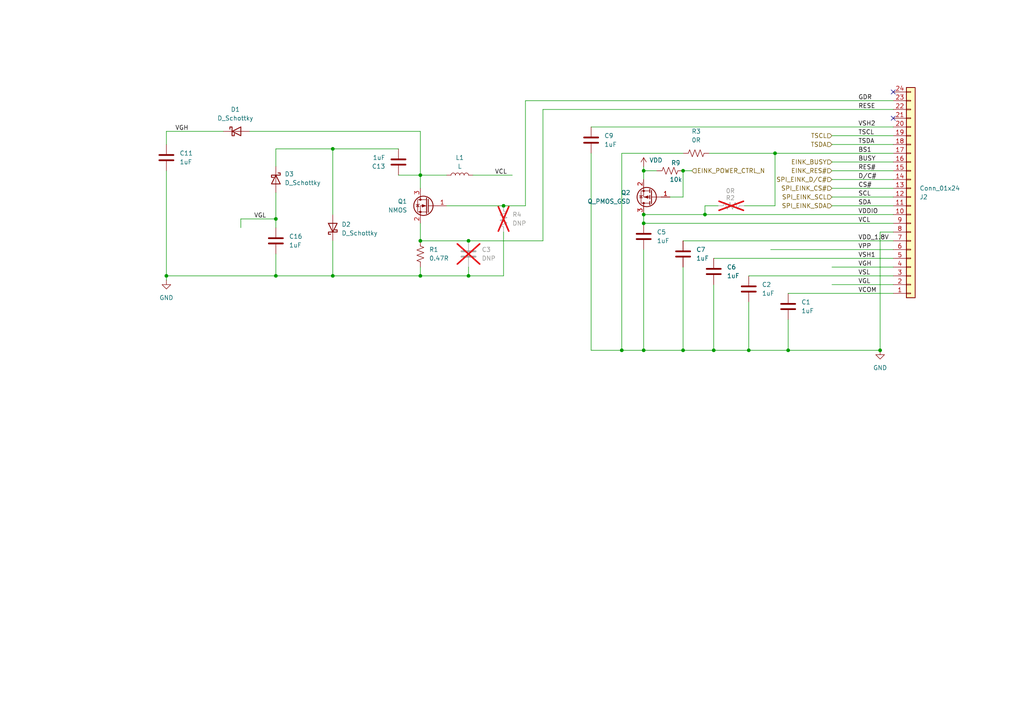
<source format=kicad_sch>
(kicad_sch (version 20231120) (generator "eeschema") (generator_version "8.0")
  (paper "A4")
  (lib_symbols
    (symbol "Connector_Generic:Conn_01x24" (pin_names (offset 1.016) hide)
      (property "Reference" "J" (at 0 30.48 0))
      (property "Value" "Conn_01x24" (at 0 -33.02 0))
      (symbol "Conn_01x24_1_1"
        (rectangle (start -1.27 -30.353) (end 0 -30.607) (stroke (width 0.1524)))
        (rectangle (start -1.27 -27.813) (end 0 -28.067) (stroke (width 0.1524)))
        (rectangle (start -1.27 -25.273) (end 0 -25.527) (stroke (width 0.1524)))
        (rectangle (start -1.27 -22.733) (end 0 -22.987) (stroke (width 0.1524)))
        (rectangle (start -1.27 -20.193) (end 0 -20.447) (stroke (width 0.1524)))
        (rectangle (start -1.27 -17.653) (end 0 -17.907) (stroke (width 0.1524)))
        (rectangle (start -1.27 -15.113) (end 0 -15.367) (stroke (width 0.1524)))
        (rectangle (start -1.27 -12.573) (end 0 -12.827) (stroke (width 0.1524)))
        (rectangle (start -1.27 -10.033) (end 0 -10.287) (stroke (width 0.1524)))
        (rectangle (start -1.27 -7.493) (end 0 -7.747) (stroke (width 0.1524)))
        (rectangle (start -1.27 -4.953) (end 0 -5.207) (stroke (width 0.1524)))
        (rectangle (start -1.27 -2.413) (end 0 -2.667) (stroke (width 0.1524)))
        (rectangle (start -1.27 0.127) (end 0 -0.127) (stroke (width 0.1524)))
        (rectangle (start -1.27 2.667) (end 0 2.413) (stroke (width 0.1524)))
        (rectangle (start -1.27 5.207) (end 0 4.953) (stroke (width 0.1524)))
        (rectangle (start -1.27 7.747) (end 0 7.493) (stroke (width 0.1524)))
        (rectangle (start -1.27 10.287) (end 0 10.033) (stroke (width 0.1524)))
        (rectangle (start -1.27 12.827) (end 0 12.573) (stroke (width 0.1524)))
        (rectangle (start -1.27 15.367) (end 0 15.113) (stroke (width 0.1524)))
        (rectangle (start -1.27 17.907) (end 0 17.653) (stroke (width 0.1524)))
        (rectangle (start -1.27 20.447) (end 0 20.193) (stroke (width 0.1524)))
        (rectangle (start -1.27 22.987) (end 0 22.733) (stroke (width 0.1524)))
        (rectangle (start -1.27 25.527) (end 0 25.273) (stroke (width 0.1524)))
        (rectangle (start -1.27 28.067) (end 0 27.813) (stroke (width 0.1524)))
        (rectangle (start -1.27 29.21) (end 1.27 -31.75) (stroke (width 0.254)) (fill (type background)))
        (pin passive line (at -5.08 27.94 0) (length 3.81) (name "Pin_1") (number "1"))
        (pin passive line (at -5.08 5.08 0) (length 3.81) (name "Pin_10") (number "10"))
        (pin passive line (at -5.08 2.54 0) (length 3.81) (name "Pin_11") (number "11"))
        (pin passive line (at -5.08 0 0) (length 3.81) (name "Pin_12") (number "12"))
        (pin passive line (at -5.08 -2.54 0) (length 3.81) (name "Pin_13") (number "13"))
        (pin passive line (at -5.08 -5.08 0) (length 3.81) (name "Pin_14") (number "14"))
        (pin passive line (at -5.08 -7.62 0) (length 3.81) (name "Pin_15") (number "15"))
        (pin passive line (at -5.08 -10.16 0) (length 3.81) (name "Pin_16") (number "16"))
        (pin passive line (at -5.08 -12.7 0) (length 3.81) (name "Pin_17") (number "17"))
        (pin passive line (at -5.08 -15.24 0) (length 3.81) (name "Pin_18") (number "18"))
        (pin passive line (at -5.08 -17.78 0) (length 3.81) (name "Pin_19") (number "19"))
        (pin passive line (at -5.08 25.4 0) (length 3.81) (name "Pin_2") (number "2"))
        (pin passive line (at -5.08 -20.32 0) (length 3.81) (name "Pin_20") (number "20"))
        (pin passive line (at -5.08 -22.86 0) (length 3.81) (name "Pin_21") (number "21"))
        (pin passive line (at -5.08 -25.4 0) (length 3.81) (name "Pin_22") (number "22"))
        (pin passive line (at -5.08 -27.94 0) (length 3.81) (name "Pin_23") (number "23"))
        (pin passive line (at -5.08 -30.48 0) (length 3.81) (name "Pin_24") (number "24"))
        (pin passive line (at -5.08 22.86 0) (length 3.81) (name "Pin_3") (number "3"))
        (pin passive line (at -5.08 20.32 0) (length 3.81) (name "Pin_4") (number "4"))
        (pin passive line (at -5.08 17.78 0) (length 3.81) (name "Pin_5") (number "5"))
        (pin passive line (at -5.08 15.24 0) (length 3.81) (name "Pin_6") (number "6"))
        (pin passive line (at -5.08 12.7 0) (length 3.81) (name "Pin_7") (number "7"))
        (pin passive line (at -5.08 10.16 0) (length 3.81) (name "Pin_8") (number "8"))
        (pin passive line (at -5.08 7.62 0) (length 3.81) (name "Pin_9") (number "9"))
      )
    )
    (symbol "Device:C" (pin_numbers hide) (pin_names (offset 0.254))
      (property "Reference" "C" (at 0.635 2.54 0))
      (property "Value" "C" (at 0.635 -2.54 0))
      (symbol "C_0_1"
        (polyline (pts (xy -2.032 -0.762) (xy 2.032 -0.762)) (stroke (width 0.508)))
        (polyline (pts (xy -2.032 0.762) (xy 2.032 0.762)) (stroke (width 0.508)))
      )
      (symbol "C_1_1"
        (pin passive line (at 0 3.81 270) (length 2.794) (name "~") (number "1"))
        (pin passive line (at 0 -3.81 90) (length 2.794) (name "~") (number "2"))
      )
    )
    (symbol "Device:D_Schottky" (pin_numbers hide) (pin_names (offset 1.016) hide)
      (property "Reference" "D" (at 0 2.54 0))
      (property "Value" "D_Schottky" (at 0 -2.54 0))
      (symbol "D_Schottky_0_1"
        (polyline (pts (xy 1.27 0) (xy -1.27 0)))
        (polyline (pts (xy 1.27 1.27) (xy 1.27 -1.27) (xy -1.27 0) (xy 1.27 1.27)) (stroke (width 0.254)))
        (polyline (pts (xy -1.905 0.635) (xy -1.905 1.27) (xy -1.27 1.27) (xy -1.27 -1.27) (xy -0.635 -1.27) (xy -0.635 -0.635)) (stroke (width 0.254)))
      )
      (symbol "D_Schottky_1_1"
        (pin passive line (at -3.81 0 0) (length 2.54) (name "K") (number "1"))
        (pin passive line (at 3.81 0 180) (length 2.54) (name "A") (number "2"))
      )
    )
    (symbol "Device:L" (pin_numbers hide) (pin_names (offset 1.016) hide)
      (property "Reference" "L" (at -1.27 0 90))
      (property "Value" "L" (at 1.905 0 90))
      (symbol "L_0_1"
        (arc (start 0 -2.54) (mid 0.6323 -1.905) (end 0 -1.27))
        (arc (start 0 -1.27) (mid 0.6323 -0.635) (end 0 0))
        (arc (start 0 0) (mid 0.6323 0.635) (end 0 1.27))
        (arc (start 0 1.27) (mid 0.6323 1.905) (end 0 2.54))
      )
      (symbol "L_1_1"
        (pin passive line (at 0 3.81 270) (length 1.27) (name "1") (number "1"))
        (pin passive line (at 0 -3.81 90) (length 1.27) (name "2") (number "2"))
      )
    )
    (symbol "Device:Q_NMOS_Depletion_GSD" (pin_names (offset 0) hide)
      (property "Reference" "Q" (at 5.08 1.905 0))
      (property "Value" "Q_NMOS_Depletion_GSD" (at 5.08 0 0))
      (symbol "Q_NMOS_Depletion_GSD_0_1"
        (polyline (pts (xy 0.254 0) (xy -2.54 0)))
        (polyline (pts (xy 0.254 1.905) (xy 0.254 -1.905)) (stroke (width 0.254)))
        (polyline (pts (xy 0.762 2.286) (xy 0.762 -2.286)) (stroke (width 0.254)))
        (polyline (pts (xy 2.54 2.54) (xy 2.54 1.778)))
        (polyline (pts (xy 2.54 -2.54) (xy 2.54 0) (xy 0.762 0)))
        (polyline (pts (xy 0.762 -1.778) (xy 3.302 -1.778) (xy 3.302 1.778) (xy 0.762 1.778)))
        (polyline (pts (xy 1.016 0) (xy 2.032 0.381) (xy 2.032 -0.381) (xy 1.016 0)) (fill (type outline)))
        (polyline (pts (xy 2.794 0.508) (xy 2.921 0.381) (xy 3.683 0.381) (xy 3.81 0.254)))
        (polyline (pts (xy 3.302 0.381) (xy 2.921 -0.254) (xy 3.683 -0.254) (xy 3.302 0.381)))
        (circle (center 1.651 0) (radius 2.794) (stroke (width 0.254)))
        (circle (center 2.54 -1.778) (radius 0.254) (fill (type outline)))
        (circle (center 2.54 1.778) (radius 0.254) (fill (type outline)))
      )
      (symbol "Q_NMOS_Depletion_GSD_1_1"
        (pin input line (at -5.08 0 0) (length 2.54) (name "G") (number "1"))
        (pin passive line (at 2.54 -5.08 90) (length 2.54) (name "S") (number "2"))
        (pin passive line (at 2.54 5.08 270) (length 2.54) (name "D") (number "3"))
      )
    )
    (symbol "Device:Q_PMOS_GSD" (pin_names (offset 0) hide)
      (property "Reference" "Q" (at 5.08 1.27 0))
      (property "Value" "Q_PMOS_GSD" (at 5.08 -1.27 0))
      (symbol "Q_PMOS_GSD_0_1"
        (polyline (pts (xy 0.254 0) (xy -2.54 0)))
        (polyline (pts (xy 0.254 1.905) (xy 0.254 -1.905)) (stroke (width 0.254)))
        (polyline (pts (xy 0.762 -1.27) (xy 0.762 -2.286)) (stroke (width 0.254)))
        (polyline (pts (xy 0.762 0.508) (xy 0.762 -0.508)) (stroke (width 0.254)))
        (polyline (pts (xy 0.762 2.286) (xy 0.762 1.27)) (stroke (width 0.254)))
        (polyline (pts (xy 2.54 2.54) (xy 2.54 1.778)))
        (polyline (pts (xy 2.54 -2.54) (xy 2.54 0) (xy 0.762 0)))
        (polyline (pts (xy 0.762 1.778) (xy 3.302 1.778) (xy 3.302 -1.778) (xy 0.762 -1.778)))
        (polyline (pts (xy 2.286 0) (xy 1.27 0.381) (xy 1.27 -0.381) (xy 2.286 0)) (fill (type outline)))
        (polyline (pts (xy 2.794 -0.508) (xy 2.921 -0.381) (xy 3.683 -0.381) (xy 3.81 -0.254)))
        (polyline (pts (xy 3.302 -0.381) (xy 2.921 0.254) (xy 3.683 0.254) (xy 3.302 -0.381)))
        (circle (center 1.651 0) (radius 2.794) (stroke (width 0.254)))
        (circle (center 2.54 -1.778) (radius 0.254) (fill (type outline)))
        (circle (center 2.54 1.778) (radius 0.254) (fill (type outline)))
      )
      (symbol "Q_PMOS_GSD_1_1"
        (pin input line (at -5.08 0 0) (length 2.54) (name "G") (number "1"))
        (pin passive line (at 2.54 -5.08 90) (length 2.54) (name "S") (number "2"))
        (pin passive line (at 2.54 5.08 270) (length 2.54) (name "D") (number "3"))
      )
    )
    (symbol "Device:R_US" (pin_numbers hide) (pin_names (offset 0))
      (property "Reference" "R" (at 2.54 0 90))
      (property "Value" "R_US" (at -2.54 0 90))
      (symbol "R_US_0_1"
        (polyline (pts (xy 0 -2.286) (xy 0 -2.54)))
        (polyline (pts (xy 0 2.286) (xy 0 2.54)))
        (polyline (pts (xy 0 -0.762) (xy 1.016 -1.143) (xy 0 -1.524) (xy -1.016 -1.905) (xy 0 -2.286)))
        (polyline (pts (xy 0 0.762) (xy 1.016 0.381) (xy 0 0) (xy -1.016 -0.381) (xy 0 -0.762)))
        (polyline (pts (xy 0 2.286) (xy 1.016 1.905) (xy 0 1.524) (xy -1.016 1.143) (xy 0 0.762)))
      )
      (symbol "R_US_1_1"
        (pin passive line (at 0 3.81 270) (length 1.27) (name "~") (number "1"))
        (pin passive line (at 0 -3.81 90) (length 1.27) (name "~") (number "2"))
      )
    )
    (symbol "power:GND" (power) (pin_numbers hide) (pin_names (offset 0) hide)
      (property "Value" "GND" (at 0 -3.81 0))
      (symbol "GND_0_1"
        (polyline (pts (xy 0 0) (xy 0 -1.27) (xy 1.27 -1.27) (xy 0 -2.54) (xy -1.27 -1.27) (xy 0 -1.27)))
      )
      (symbol "GND_1_1"
        (pin power_in line (at 0 0 270) (length 0) (name "~") (number "1"))
      )
    )
    (symbol "power:VCC" (power) (pin_numbers hide) (pin_names (offset 0) hide)
      (property "Value" "VCC" (at 0 3.556 0))
      (symbol "VCC_0_1"
        (polyline (pts (xy -0.762 1.27) (xy 0 2.54)))
        (polyline (pts (xy 0 0) (xy 0 2.54)))
        (polyline (pts (xy 0 2.54) (xy 0.762 1.27)))
      )
      (symbol "VCC_1_1"
        (pin power_in line (at 0 0 90) (length 0) (name "~") (number "1"))
      )
    )
  )
  (junction (at 121.92 69.85))
  (junction (at 186.69 64.77))
  (junction (at 204.47 62.23))
  (junction (at 228.6 101.6))
  (junction (at 146.05 59.69))
  (junction (at 48.26 80.01))
  (junction (at 135.89 69.85))
  (junction (at 186.69 101.6))
  (junction (at 121.92 80.01))
  (junction (at 207.01 101.6))
  (junction (at 80.01 80.01))
  (junction (at 96.52 43.18))
  (junction (at 186.69 62.23))
  (junction (at 186.69 49.53))
  (junction (at 180.34 101.6))
  (junction (at 224.79 44.45))
  (junction (at 96.52 80.01))
  (junction (at 198.12 49.53))
  (junction (at 135.89 80.01))
  (junction (at 80.01 63.5))
  (junction (at 198.12 101.6))
  (junction (at 217.17 101.6))
  (junction (at 255.27 101.6))
  (junction (at 121.92 50.8))
  (no_connect (at 259.08 34.29))
  (no_connect (at 259.08 26.67))
  (wire (pts (xy 171.45 44.45) (xy 171.45 101.6)))
  (wire (pts (xy 204.47 62.23) (xy 259.08 62.23)))
  (wire (pts (xy 208.28 59.69) (xy 204.47 59.69)))
  (wire (pts (xy 121.92 80.01) (xy 121.92 77.47)))
  (wire (pts (xy 205.74 44.45) (xy 224.79 44.45)))
  (wire (pts (xy 223.52 72.39) (xy 259.08 72.39)))
  (wire (pts (xy 121.92 80.01) (xy 135.89 80.01)))
  (wire (pts (xy 69.85 63.5) (xy 80.01 63.5)))
  (wire (pts (xy 255.27 67.31) (xy 259.08 67.31)))
  (wire (pts (xy 186.69 62.23) (xy 186.69 64.77)))
  (wire (pts (xy 135.89 80.01) (xy 146.05 80.01)))
  (wire (pts (xy 157.48 31.75) (xy 157.48 69.85)))
  (wire (pts (xy 198.12 77.47) (xy 198.12 101.6)))
  (wire (pts (xy 121.92 50.8) (xy 129.54 50.8)))
  (wire (pts (xy 241.3 82.55) (xy 259.08 82.55)))
  (wire (pts (xy 69.85 63.5) (xy 69.85 66.04)))
  (wire (pts (xy 186.69 49.53) (xy 190.5 49.53)))
  (wire (pts (xy 180.34 101.6) (xy 186.69 101.6)))
  (wire (pts (xy 48.26 81.28) (xy 48.26 80.01)))
  (wire (pts (xy 180.34 44.45) (xy 180.34 101.6)))
  (wire (pts (xy 207.01 74.93) (xy 259.08 74.93)))
  (wire (pts (xy 115.57 50.8) (xy 121.92 50.8)))
  (wire (pts (xy 48.26 38.1) (xy 48.26 41.91)))
  (wire (pts (xy 186.69 49.53) (xy 186.69 52.07)))
  (wire (pts (xy 217.17 87.63) (xy 217.17 101.6)))
  (wire (pts (xy 228.6 85.09) (xy 259.08 85.09)))
  (wire (pts (xy 259.08 80.01) (xy 217.17 80.01)))
  (wire (pts (xy 48.26 38.1) (xy 64.77 38.1)))
  (wire (pts (xy 194.31 57.15) (xy 198.12 57.15)))
  (wire (pts (xy 157.48 31.75) (xy 259.08 31.75)))
  (wire (pts (xy 121.92 38.1) (xy 121.92 50.8)))
  (wire (pts (xy 80.01 43.18) (xy 96.52 43.18)))
  (wire (pts (xy 146.05 59.69) (xy 152.4 59.69)))
  (wire (pts (xy 96.52 43.18) (xy 115.57 43.18)))
  (wire (pts (xy 186.69 48.26) (xy 186.69 49.53)))
  (wire (pts (xy 96.52 43.18) (xy 96.52 62.23)))
  (wire (pts (xy 48.26 80.01) (xy 80.01 80.01)))
  (wire (pts (xy 224.79 44.45) (xy 259.08 44.45)))
  (wire (pts (xy 152.4 29.21) (xy 259.08 29.21)))
  (wire (pts (xy 241.3 77.47) (xy 259.08 77.47)))
  (wire (pts (xy 228.6 101.6) (xy 255.27 101.6)))
  (wire (pts (xy 80.01 80.01) (xy 96.52 80.01)))
  (wire (pts (xy 198.12 49.53) (xy 198.12 57.15)))
  (wire (pts (xy 146.05 67.31) (xy 146.05 80.01)))
  (wire (pts (xy 157.48 69.85) (xy 135.89 69.85)))
  (wire (pts (xy 198.12 101.6) (xy 207.01 101.6)))
  (wire (pts (xy 129.54 59.69) (xy 146.05 59.69)))
  (wire (pts (xy 186.69 72.39) (xy 186.69 101.6)))
  (wire (pts (xy 171.45 36.83) (xy 259.08 36.83)))
  (wire (pts (xy 228.6 101.6) (xy 217.17 101.6)))
  (wire (pts (xy 152.4 59.69) (xy 152.4 29.21)))
  (wire (pts (xy 241.3 57.15) (xy 259.08 57.15)))
  (wire (pts (xy 241.3 59.69) (xy 259.08 59.69)))
  (wire (pts (xy 241.3 41.91) (xy 259.08 41.91)))
  (wire (pts (xy 186.69 62.23) (xy 204.47 62.23)))
  (wire (pts (xy 224.79 44.45) (xy 224.79 59.69)))
  (wire (pts (xy 186.69 101.6) (xy 198.12 101.6)))
  (wire (pts (xy 198.12 49.53) (xy 200.66 49.53)))
  (wire (pts (xy 207.01 101.6) (xy 217.17 101.6)))
  (wire (pts (xy 215.9 59.69) (xy 224.79 59.69)))
  (wire (pts (xy 241.3 54.61) (xy 259.08 54.61)))
  (wire (pts (xy 171.45 101.6) (xy 180.34 101.6)))
  (wire (pts (xy 72.39 38.1) (xy 121.92 38.1)))
  (wire (pts (xy 241.3 49.53) (xy 259.08 49.53)))
  (wire (pts (xy 241.3 52.07) (xy 259.08 52.07)))
  (wire (pts (xy 228.6 101.6) (xy 228.6 92.71)))
  (wire (pts (xy 121.92 50.8) (xy 121.92 54.61)))
  (wire (pts (xy 198.12 69.85) (xy 259.08 69.85)))
  (wire (pts (xy 241.3 39.37) (xy 259.08 39.37)))
  (wire (pts (xy 80.01 48.26) (xy 80.01 43.18)))
  (wire (pts (xy 198.12 44.45) (xy 180.34 44.45)))
  (wire (pts (xy 80.01 55.88) (xy 80.01 63.5)))
  (wire (pts (xy 241.3 46.99) (xy 259.08 46.99)))
  (wire (pts (xy 135.89 69.85) (xy 121.92 69.85)))
  (wire (pts (xy 186.69 64.77) (xy 259.08 64.77)))
  (wire (pts (xy 207.01 82.55) (xy 207.01 101.6)))
  (wire (pts (xy 48.26 80.01) (xy 48.26 49.53)))
  (wire (pts (xy 96.52 69.85) (xy 96.52 80.01)))
  (wire (pts (xy 121.92 69.85) (xy 121.92 64.77)))
  (wire (pts (xy 255.27 67.31) (xy 255.27 101.6)))
  (wire (pts (xy 135.89 77.47) (xy 135.89 80.01)))
  (wire (pts (xy 80.01 63.5) (xy 80.01 66.04)))
  (wire (pts (xy 96.52 80.01) (xy 121.92 80.01)))
  (wire (pts (xy 80.01 73.66) (xy 80.01 80.01)))
  (wire (pts (xy 137.16 50.8) (xy 148.59 50.8)))
  (wire (pts (xy 204.47 59.69) (xy 204.47 62.23)))
  (label "SCL" (at 248.92 57.15 0))
  (label "SDA" (at 248.92 59.69 0))
  (label "GDR" (at 248.92 29.21 0))
  (label "VDD_1.8V" (at 248.92 69.85 0))
  (label "CS#" (at 248.92 54.61 0))
  (label "VGL" (at 248.92 82.55 0))
  (label "VSH1" (at 248.92 74.93 0))
  (label "VCL" (at 143.51 50.8 0))
  (label "BS1" (at 248.92 44.45 0))
  (label "VSL" (at 248.92 80.01 0))
  (label "RES#" (at 248.92 49.53 0))
  (label "RESE" (at 248.92 31.75 0))
  (label "TSDA" (at 248.92 41.91 0))
  (label "VPP" (at 248.92 72.39 0))
  (label "D{slash}C#" (at 248.92 52.07 0))
  (label "VGL" (at 73.66 63.5 0))
  (label "BUSY" (at 248.92 46.99 0))
  (label "VSH2" (at 248.92 36.83 0))
  (label "TSCL" (at 248.92 39.37 0))
  (label "VDDIO" (at 248.92 62.23 0))
  (label "VCOM" (at 248.92 85.09 0))
  (label "VGH" (at 248.92 77.47 0))
  (label "VCL" (at 248.92 64.77 0))
  (label "VGH" (at 50.8 38.1 0))
  (hierarchical_label "EINK_BUSY" (shape input) (at 241.3 46.99 180))
  (hierarchical_label "SPI_EINK_SCL" (shape input) (at 241.3 57.15 180))
  (hierarchical_label "TSCL" (shape input) (at 241.3 39.37 180))
  (hierarchical_label "EINK_POWER_CTRL_N" (shape input) (at 200.66 49.53 0))
  (hierarchical_label "SPI_EINK_D{slash}C#" (shape input) (at 241.3 52.07 180))
  (hierarchical_label "SPI_EINK_CS#" (shape input) (at 241.3 54.61 180))
  (hierarchical_label "TSDA" (shape input) (at 241.3 41.91 180))
  (hierarchical_label "EINK_RES#" (shape input) (at 241.3 49.53 180))
  (hierarchical_label "SPI_EINK_SDA" (shape input) (at 241.3 59.69 180))
  (symbol (lib_id "Device:C") (at 80.01 69.85 0) (unit 1)
    (property "Reference" "C16" (at 83.82 68.5799 0) (effects (justify left)))
    (property "Value" "1uF" (at 83.82 71.1199 0) (effects (justify left)))
    (property "Footprint" "Capacitor_SMD:C_0603_1608Metric_Pad1.08x0.95mm_HandSolder" (effects (hide yes)))
    (property "Datasheet" "https://www.yageo.com/upload/media/product/app/datasheet/mlcc/upy-gphc_x5r_4v-to-50v.pdf" (effects (hide yes)))
    (property "Description" "Unpolarized capacitor" (effects (hide yes)))
    (property "MANUFACTURER PART NUMBER" "CC0603KRX5R8BB105" (effects (hide yes)))
    (property "Digikey Part Number" "311-1445-2-ND" (effects (hide yes)))
  )
  (symbol (lib_id "Device:R_US") (at 194.31 49.53 90) (unit 1)
    (property "Reference" "R9" (at 197.358 47.244 90) (effects (justify left)))
    (property "Value" "10k" (at 197.866 52.07 90) (effects (justify left)))
    (property "Footprint" "Resistor_SMD:R_0603_1608Metric_Pad0.98x0.95mm_HandSolder" (effects (hide yes)))
    (property "Description" "Resistor, US symbol" (effects (hide yes)))
    (property "MANUFACTURER PART NUMBER" "RC0603FR-0710KL" (effects (hide yes)))
    (property "Digikey Part Number" "311-10.0KHRTR-ND" (effects (hide yes)))
  )
  (symbol (lib_id "Device:C") (at 207.01 78.74 0) (unit 1)
    (property "Reference" "C6" (at 210.82 77.4699 0) (effects (justify left)))
    (property "Value" "1uF" (at 210.82 80.0099 0) (effects (justify left)))
    (property "Footprint" "Capacitor_SMD:C_0603_1608Metric_Pad1.08x0.95mm_HandSolder" (effects (hide yes)))
    (property "Datasheet" "https://www.yageo.com/upload/media/product/app/datasheet/mlcc/upy-gphc_x5r_4v-to-50v.pdf" (effects (hide yes)))
    (property "Description" "Unpolarized capacitor" (effects (hide yes)))
    (property "MANUFACTURER PART NUMBER" "CC0603KRX5R8BB105" (effects (hide yes)))
    (property "Digikey Part Number" "311-1445-2-ND" (effects (hide yes)))
  )
  (symbol (lib_id "Device:C") (at 217.17 83.82 0) (unit 1)
    (property "Reference" "C2" (at 220.98 82.5499 0) (effects (justify left)))
    (property "Value" "1uF" (at 220.98 85.0899 0) (effects (justify left)))
    (property "Footprint" "Capacitor_SMD:C_0603_1608Metric_Pad1.08x0.95mm_HandSolder" (effects (hide yes)))
    (property "Datasheet" "https://www.yageo.com/upload/media/product/app/datasheet/mlcc/upy-gphc_x5r_4v-to-50v.pdf" (effects (hide yes)))
    (property "Description" "Unpolarized capacitor" (effects (hide yes)))
    (property "MANUFACTURER PART NUMBER" "CC0603KRX5R8BB105" (effects (hide yes)))
    (property "Digikey Part Number" "311-1445-2-ND" (effects (hide yes)))
  )
  (symbol (lib_id "Device:C") (at 186.69 68.58 0) (unit 1)
    (property "Reference" "C5" (at 190.5 67.3099 0) (effects (justify left)))
    (property "Value" "1uF" (at 190.5 69.8499 0) (effects (justify left)))
    (property "Footprint" "Capacitor_SMD:C_0603_1608Metric_Pad1.08x0.95mm_HandSolder" (effects (hide yes)))
    (property "Datasheet" "https://www.yageo.com/upload/media/product/app/datasheet/mlcc/upy-gphc_x5r_4v-to-50v.pdf" (effects (hide yes)))
    (property "Description" "Unpolarized capacitor" (effects (hide yes)))
    (property "MANUFACTURER PART NUMBER" "CC0603KRX5R8BB105" (effects (hide yes)))
    (property "Digikey Part Number" "311-1445-2-ND" (effects (hide yes)))
  )
  (symbol (lib_id "Device:D_Schottky") (at 68.58 38.1 0) (unit 1)
    (property "Reference" "D1" (at 68.2625 31.75 0))
    (property "Value" "D_Schottky" (at 68.2625 34.29 0))
    (property "Footprint" "Diode_SMD:D_SOD-123" (effects (hide yes)))
    (property "Datasheet" "https://www.onsemi.com/pdf/datasheet/mbr0530t1-d.pdf" (effects (hide yes)))
    (property "Description" "Schottky diode" (effects (hide yes)))
    (property "MANUFACTURER PART NUMBER" "MBR0530T1G" (effects (hide yes)))
    (property "Digikey Part Number" "MBR0530T1GOSTR-ND" (effects (hide yes)))
  )
  (symbol (lib_id "Device:C") (at 198.12 73.66 0) (unit 1)
    (property "Reference" "C7" (at 201.93 72.3899 0) (effects (justify left)))
    (property "Value" "1uF" (at 201.93 74.9299 0) (effects (justify left)))
    (property "Footprint" "Capacitor_SMD:C_0603_1608Metric_Pad1.08x0.95mm_HandSolder" (effects (hide yes)))
    (property "Datasheet" "https://www.yageo.com/upload/media/product/app/datasheet/mlcc/upy-gphc_x5r_4v-to-50v.pdf" (effects (hide yes)))
    (property "Description" "Unpolarized capacitor" (effects (hide yes)))
    (property "MANUFACTURER PART NUMBER" "CC0603KRX5R8BB105" (effects (hide yes)))
    (property "Digikey Part Number" "311-1445-2-ND" (effects (hide yes)))
  )
  (symbol (lib_id "power:GND") (at 48.26 81.28 0) (unit 1)
    (property "Reference" "#PWR02" (effects (hide yes)))
    (property "Value" "GND" (at 48.26 86.36 0))
    (property "Description" "Power symbol creates a global label with name \"GND\" , ground" (effects (hide yes)))
  )
  (symbol (lib_id "power:VCC") (at 186.69 48.26 0) (unit 1)
    (property "Reference" "#PWR08" (effects (hide yes)))
    (property "Value" "VDD" (at 190.246 46.482 0))
    (property "Description" "Power symbol creates a global label with name \"VCC\"" (effects (hide yes)))
  )
  (symbol (lib_id "Device:R_US") (at 212.09 59.69 90) (unit 1) (dnp yes)
    (property "Reference" "R2" (at 211.836 57.404 90))
    (property "Value" "0R" (at 211.836 55.372 90))
    (property "Footprint" "Resistor_SMD:R_0603_1608Metric_Pad0.98x0.95mm_HandSolder" (effects (hide yes)))
    (property "Datasheet" "https://www.yageo.com/upload/media/product/products/datasheet/rchip/PYu-RC_Group_51_RoHS_L_12.pdf" (effects (hide yes)))
    (property "Description" "Resistor, US symbol" (effects (hide yes)))
    (property "MANUFACTURER PART NUMBER" "RC0603JR-070RL" (effects (hide yes)))
    (property "Digikey Part Number" "311-0.0GRTR-ND" (effects (hide yes)))
  )
  (symbol (lib_id "Device:C") (at 228.6 88.9 0) (unit 1)
    (property "Reference" "C1" (at 232.41 87.6299 0) (effects (justify left)))
    (property "Value" "1uF" (at 232.41 90.1699 0) (effects (justify left)))
    (property "Footprint" "Capacitor_SMD:C_0603_1608Metric_Pad1.08x0.95mm_HandSolder" (effects (hide yes)))
    (property "Datasheet" "https://www.yageo.com/upload/media/product/app/datasheet/mlcc/upy-gphc_x5r_4v-to-50v.pdf" (effects (hide yes)))
    (property "Description" "Unpolarized capacitor" (effects (hide yes)))
    (property "MANUFACTURER PART NUMBER" "CC0603KRX5R8BB105" (effects (hide yes)))
    (property "Digikey Part Number" "311-1445-2-ND" (effects (hide yes)))
  )
  (symbol (lib_id "Device:R_US") (at 201.93 44.45 90) (unit 1)
    (property "Reference" "R3" (at 201.93 38.1 90))
    (property "Value" "0R" (at 201.93 40.64 90))
    (property "Footprint" "Resistor_SMD:R_0603_1608Metric_Pad0.98x0.95mm_HandSolder" (effects (hide yes)))
    (property "Datasheet" "https://www.yageo.com/upload/media/product/products/datasheet/rchip/PYu-RC_Group_51_RoHS_L_12.pdf" (effects (hide yes)))
    (property "Description" "Resistor, US symbol" (effects (hide yes)))
    (property "MANUFACTURER PART NUMBER" "RC0603JR-070RL" (effects (hide yes)))
    (property "Digikey Part Number" "311-0.0GRTR-ND" (effects (hide yes)))
  )
  (symbol (lib_id "Connector_Generic:Conn_01x24") (at 264.16 57.15 0) (mirror x) (unit 1)
    (property "Reference" "J2" (at 266.7 57.1501 0) (effects (justify left)))
    (property "Value" "Conn_01x24" (at 266.7 54.6101 0) (effects (justify left)))
    (property "Footprint" "Connector_FFC-FPC:TE_2-1734839-4_1x24-1MP_P0.5mm_Horizontal" (effects (hide yes)))
    (property "Datasheet" "https://www.mouser.ca/datasheet/2/418/7/ENG_CD_1734839_C_C_1734839-2017397.pdf" (effects (hide yes)))
    (property "Description" "Generic connector, single row, 01x24, script generated (kicad-library-utils/schlib/autogen/connector/)" (effects (hide yes)))
    (property "MANUFACTURER PART NUMBER" "4-1734839-5" (effects (hide yes)))
    (property "Digikey Part Number" "A101358TR-ND" (effects (hide yes)))
  )
  (symbol (lib_id "Device:D_Schottky") (at 96.52 66.04 90) (unit 1)
    (property "Reference" "D2" (at 99.06 65.0874 90) (effects (justify right)))
    (property "Value" "D_Schottky" (at 99.06 67.6274 90) (effects (justify right)))
    (property "Footprint" "Diode_SMD:D_SOD-123" (effects (hide yes)))
    (property "Datasheet" "https://www.onsemi.com/pdf/datasheet/mbr0530t1-d.pdf" (effects (hide yes)))
    (property "Description" "Schottky diode" (effects (hide yes)))
    (property "MANUFACTURER PART NUMBER" "MBR0530T1G" (effects (hide yes)))
    (property "Digikey Part Number" "MBR0530T1GOSTR-ND" (effects (hide yes)))
  )
  (symbol (lib_id "Device:R_US") (at 121.92 73.66 0) (unit 1)
    (property "Reference" "R1" (at 124.46 72.3899 0) (effects (justify left)))
    (property "Value" "0.47R" (at 124.46 74.9299 0) (effects (justify left)))
    (property "Footprint" "Resistor_SMD:R_0603_1608Metric_Pad0.98x0.95mm_HandSolder" (effects (hide yes)))
    (property "Datasheet" "https://industrial.panasonic.com/cdbs/www-data/pdf/RDN0000/AOA0000C313.pdf" (effects (hide yes)))
    (property "Description" "Resistor, US symbol" (effects (hide yes)))
    (property "MANUFACTURER PART NUMBER" "ERJ-3RQJR47V" (effects (hide yes)))
    (property "Digikey Part Number" "ERJ-3RQJR47V" (effects (hide yes)))
  )
  (symbol (lib_id "Device:Q_NMOS_Depletion_GSD") (at 124.46 59.69 0) (mirror y) (unit 1)
    (property "Reference" "Q1" (at 118.11 58.4199 0) (effects (justify left)))
    (property "Value" "NMOS" (at 118.11 60.9599 0) (effects (justify left)))
    (property "Footprint" "Package_TO_SOT_SMD:SOT-23" (effects (hide yes)))
    (property "Datasheet" "https://www.infineon.com/dgdl/irlml2803pbf.pdf?fileId=5546d462533600a4015356682aff260f" (effects (hide yes)))
    (property "Description" "Depletion-mode N-channel MOSFET gate/source/drain" (effects (hide yes)))
    (property "MANUFACTURER PART NUMBER" "IRLML2803TRPBF" (effects (hide yes)))
    (property "Digikey Part Number" "IRLML2803PBFTR-ND" (effects (hide yes)))
  )
  (symbol (lib_id "power:GND") (at 255.27 101.6 0) (unit 1)
    (property "Reference" "#PWR01" (effects (hide yes)))
    (property "Value" "GND" (at 255.27 106.68 0))
    (property "Description" "Power symbol creates a global label with name \"GND\" , ground" (effects (hide yes)))
  )
  (symbol (lib_id "Device:C") (at 135.89 73.66 0) (unit 1) (dnp yes)
    (property "Reference" "C3" (at 139.7 72.3899 0) (effects (justify left)))
    (property "Value" "DNP" (at 139.7 74.9299 0) (effects (justify left)))
    (property "Footprint" "Capacitor_SMD:C_0603_1608Metric_Pad1.08x0.95mm_HandSolder" (effects (hide yes)))
    (property "Description" "Unpolarized capacitor" (effects (hide yes)))
    (property "MANUFACTURER PART NUMBER" "100pF" (effects (hide yes)))
  )
  (symbol (lib_id "Device:Q_PMOS_GSD") (at 189.23 57.15 180) (unit 1)
    (property "Reference" "Q2" (at 182.88 55.8799 0) (effects (justify left)))
    (property "Value" "Q_PMOS_GSD" (at 182.88 58.4199 0) (effects (justify left)))
    (property "Footprint" "Package_TO_SOT_SMD:SOT-23" (effects (hide yes)))
    (property "Datasheet" "https://www.infineon.com/dgdl/Infineon-BSS138N-DS-v02_86-en.pdf?fileId=db3a304330f68606013104d944d53efb" (effects (hide yes)))
    (property "Description" "P-MOSFET transistor, gate/source/drain" (effects (hide yes)))
    (property "MANUFACTURER PART NUMBER" "BSS138NH6433XTMA1" (effects (hide yes)))
  )
  (symbol (lib_id "Device:C") (at 115.57 46.99 180) (unit 1)
    (property "Reference" "C13" (at 111.76 48.2601 0) (effects (justify left)))
    (property "Value" "1uF" (at 111.76 45.7201 0) (effects (justify left)))
    (property "Footprint" "Capacitor_SMD:C_0603_1608Metric_Pad1.08x0.95mm_HandSolder" (effects (hide yes)))
    (property "Datasheet" "https://www.yageo.com/upload/media/product/app/datasheet/mlcc/upy-gphc_x5r_4v-to-50v.pdf" (effects (hide yes)))
    (property "Description" "Unpolarized capacitor" (effects (hide yes)))
    (property "MANUFACTURER PART NUMBER" "CC0603KRX5R8BB105" (effects (hide yes)))
    (property "Digikey Part Number" "311-1445-2-ND" (effects (hide yes)))
  )
  (symbol (lib_id "Device:L") (at 133.35 50.8 90) (unit 1)
    (property "Reference" "L1" (at 133.35 45.72 90))
    (property "Value" "L" (at 133.35 48.26 90))
    (property "Footprint" "parts-lib:CDRH5D18" (effects (hide yes)))
    (property "Datasheet" "https://products.sumida.com/products/pdf/CDRH5D18.pdf" (effects (hide yes)))
    (property "Description" "Inductor" (effects (hide yes)))
    (property "MANUFACTURER PART NUMBER" "CDRH5D18NP-470NC" (effects (hide yes)))
    (property "Digikey Part Number" "308-2060-2-ND" (effects (hide yes)))
  )
  (symbol (lib_id "Device:D_Schottky") (at 80.01 52.07 270) (unit 1)
    (property "Reference" "D3" (at 82.55 50.4824 90) (effects (justify left)))
    (property "Value" "D_Schottky" (at 82.55 53.0224 90) (effects (justify left)))
    (property "Footprint" "Diode_SMD:D_SOD-123" (effects (hide yes)))
    (property "Datasheet" "https://www.onsemi.com/pdf/datasheet/mbr0530t1-d.pdf" (effects (hide yes)))
    (property "Description" "Schottky diode" (effects (hide yes)))
    (property "MANUFACTURER PART NUMBER" "MBR0530T1G" (effects (hide yes)))
    (property "Digikey Part Number" "MBR0530T1GOSTR-ND" (effects (hide yes)))
  )
  (symbol (lib_id "Device:C") (at 48.26 45.72 0) (unit 1)
    (property "Reference" "C11" (at 52.07 44.4499 0) (effects (justify left)))
    (property "Value" "1uF" (at 52.07 46.9899 0) (effects (justify left)))
    (property "Footprint" "Capacitor_SMD:C_0603_1608Metric_Pad1.08x0.95mm_HandSolder" (effects (hide yes)))
    (property "Datasheet" "https://www.yageo.com/upload/media/product/app/datasheet/mlcc/upy-gphc_x5r_4v-to-50v.pdf" (effects (hide yes)))
    (property "Description" "Unpolarized capacitor" (effects (hide yes)))
    (property "MANUFACTURER PART NUMBER" "CC0603KRX5R8BB105" (effects (hide yes)))
    (property "Digikey Part Number" "311-1445-2-ND" (effects (hide yes)))
  )
  (symbol (lib_id "Device:R_US") (at 146.05 63.5 0) (unit 1) (dnp yes)
    (property "Reference" "R4" (at 148.59 62.2299 0) (effects (justify left)))
    (property "Value" "DNP" (at 148.59 64.7699 0) (effects (justify left)))
    (property "Footprint" "Resistor_SMD:R_0603_1608Metric_Pad0.98x0.95mm_HandSolder" (effects (hide yes)))
    (property "Description" "Resistor, US symbol" (effects (hide yes)))
    (property "MANUFACTURER PART NUMBER" "100kR" (effects (hide yes)))
  )
  (symbol (lib_id "Device:C") (at 171.45 40.64 0) (unit 1)
    (property "Reference" "C9" (at 175.26 39.3699 0) (effects (justify left)))
    (property "Value" "1uF" (at 175.26 41.9099 0) (effects (justify left)))
    (property "Footprint" "Capacitor_SMD:C_0603_1608Metric_Pad1.08x0.95mm_HandSolder" (effects (hide yes)))
    (property "Datasheet" "https://www.yageo.com/upload/media/product/app/datasheet/mlcc/upy-gphc_x5r_4v-to-50v.pdf" (effects (hide yes)))
    (property "Description" "Unpolarized capacitor" (effects (hide yes)))
    (property "MANUFACTURER PART NUMBER" "CC0603KRX5R8BB105" (effects (hide yes)))
    (property "Digikey Part Number" "311-1445-2-ND" (effects (hide yes)))
  )
)
</source>
